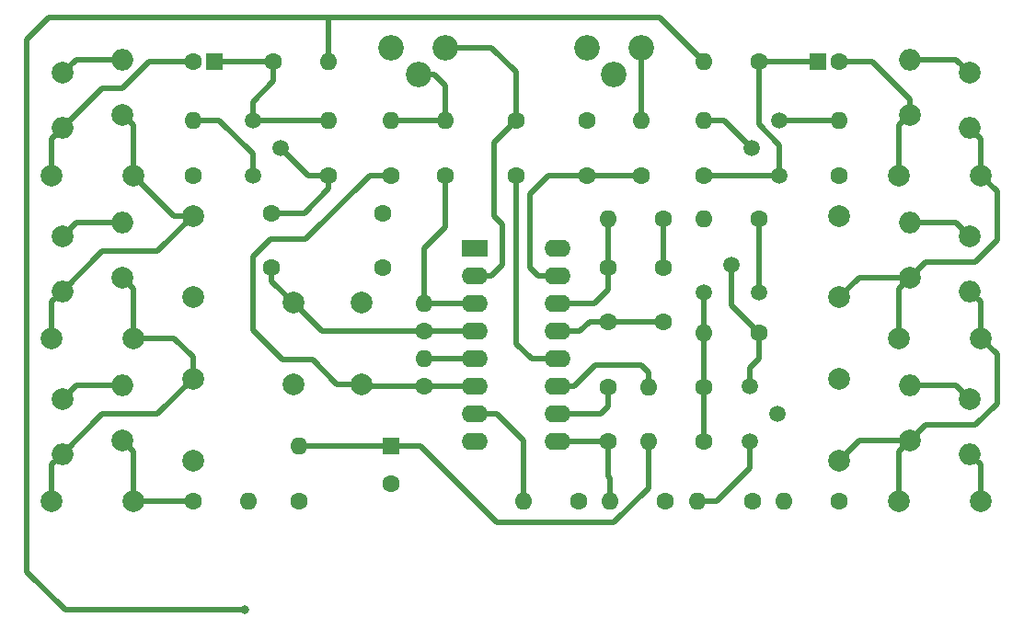
<source format=gtl>
G04 #@! TF.GenerationSoftware,KiCad,Pcbnew,(6.0.10)*
G04 #@! TF.CreationDate,2023-02-04T23:50:25+01:00*
G04 #@! TF.ProjectId,Stereo-Decoder-Modul,53746572-656f-42d4-9465-636f6465722d,rev?*
G04 #@! TF.SameCoordinates,Original*
G04 #@! TF.FileFunction,Copper,L1,Top*
G04 #@! TF.FilePolarity,Positive*
%FSLAX46Y46*%
G04 Gerber Fmt 4.6, Leading zero omitted, Abs format (unit mm)*
G04 Created by KiCad (PCBNEW (6.0.10)) date 2023-02-04 23:50:25*
%MOMM*%
%LPD*%
G01*
G04 APERTURE LIST*
G04 #@! TA.AperFunction,ComponentPad*
%ADD10C,1.600000*%
G04 #@! TD*
G04 #@! TA.AperFunction,ComponentPad*
%ADD11C,2.000000*%
G04 #@! TD*
G04 #@! TA.AperFunction,ComponentPad*
%ADD12O,2.000000X2.000000*%
G04 #@! TD*
G04 #@! TA.AperFunction,ComponentPad*
%ADD13O,1.600000X1.600000*%
G04 #@! TD*
G04 #@! TA.AperFunction,ComponentPad*
%ADD14R,1.600000X1.600000*%
G04 #@! TD*
G04 #@! TA.AperFunction,ComponentPad*
%ADD15C,1.500000*%
G04 #@! TD*
G04 #@! TA.AperFunction,ComponentPad*
%ADD16R,2.400000X1.600000*%
G04 #@! TD*
G04 #@! TA.AperFunction,ComponentPad*
%ADD17O,2.400000X1.600000*%
G04 #@! TD*
G04 #@! TA.AperFunction,ComponentPad*
%ADD18C,2.340000*%
G04 #@! TD*
G04 #@! TA.AperFunction,ViaPad*
%ADD19C,0.800000*%
G04 #@! TD*
G04 #@! TA.AperFunction,Conductor*
%ADD20C,0.500000*%
G04 #@! TD*
G04 APERTURE END LIST*
D10*
X92500000Y-60750000D03*
X92500000Y-55750000D03*
D11*
X128750000Y-85165000D03*
D12*
X128750000Y-80085000D03*
D11*
X128750000Y-70165000D03*
D12*
X128750000Y-65085000D03*
X128750000Y-50085000D03*
D11*
X128750000Y-55165000D03*
X50750000Y-81335000D03*
D12*
X50750000Y-86415000D03*
D11*
X50750000Y-66335000D03*
D12*
X50750000Y-71415000D03*
D11*
X50750000Y-51335000D03*
D12*
X50750000Y-56415000D03*
D11*
X134250000Y-81335000D03*
D12*
X134250000Y-86415000D03*
D11*
X56250000Y-85165000D03*
D12*
X56250000Y-80085000D03*
D11*
X134250000Y-66335000D03*
D12*
X134250000Y-71415000D03*
D11*
X56250000Y-70165000D03*
D12*
X56250000Y-65085000D03*
D11*
X134250000Y-51335000D03*
D12*
X134250000Y-56415000D03*
D11*
X56250000Y-55165000D03*
D12*
X56250000Y-50085000D03*
D10*
X84000000Y-75120000D03*
D13*
X84000000Y-72580000D03*
D10*
X109765000Y-80280000D03*
D13*
X104685000Y-80280000D03*
D10*
X80250000Y-69250000D03*
X80250000Y-64250000D03*
X62750000Y-90750000D03*
D13*
X67830000Y-90750000D03*
D10*
X86000000Y-60750000D03*
D13*
X86000000Y-55670000D03*
D11*
X72000000Y-80000000D03*
X72000000Y-72500000D03*
D10*
X75250000Y-60750000D03*
D13*
X75250000Y-55670000D03*
D10*
X114830000Y-50250000D03*
D13*
X109750000Y-50250000D03*
D10*
X114250000Y-90750000D03*
D13*
X109170000Y-90750000D03*
D10*
X106250000Y-90750000D03*
D13*
X101170000Y-90750000D03*
D14*
X120250000Y-50250000D03*
D10*
X122250000Y-50250000D03*
D11*
X62750000Y-79500000D03*
X62750000Y-87000000D03*
D10*
X81000000Y-60750000D03*
D13*
X81000000Y-55670000D03*
D15*
X114000000Y-80210000D03*
X116540000Y-82750000D03*
X114000000Y-85290000D03*
D11*
X127750000Y-75750000D03*
X135250000Y-75750000D03*
D10*
X109765000Y-85250000D03*
D13*
X104685000Y-85250000D03*
D11*
X127750000Y-90750000D03*
X135250000Y-90750000D03*
D16*
X88675000Y-67500000D03*
D17*
X88675000Y-70040000D03*
X88675000Y-72580000D03*
X88675000Y-75120000D03*
X88675000Y-77660000D03*
X88675000Y-80200000D03*
X88675000Y-82740000D03*
X88675000Y-85280000D03*
X96295000Y-85280000D03*
X96295000Y-82740000D03*
X96295000Y-80200000D03*
X96295000Y-77660000D03*
X96295000Y-75120000D03*
X96295000Y-72580000D03*
X96295000Y-70040000D03*
X96295000Y-67500000D03*
D11*
X122250000Y-87000000D03*
X122250000Y-79500000D03*
D18*
X104000000Y-49000000D03*
X101500000Y-51500000D03*
X99000000Y-49000000D03*
D10*
X62750000Y-60750000D03*
D13*
X62750000Y-55670000D03*
D10*
X72500000Y-90750000D03*
D13*
X72500000Y-85670000D03*
D15*
X68250000Y-55670000D03*
X70790000Y-58210000D03*
X68250000Y-60750000D03*
D10*
X109750000Y-60750000D03*
D13*
X109750000Y-55670000D03*
D10*
X98250000Y-90750000D03*
D13*
X93170000Y-90750000D03*
D10*
X70000000Y-69250000D03*
X70000000Y-64250000D03*
D14*
X81000000Y-85670000D03*
D10*
X81000000Y-89170000D03*
D11*
X127750000Y-60750000D03*
X135250000Y-60750000D03*
D10*
X106065000Y-69250000D03*
X106065000Y-74250000D03*
D11*
X49750000Y-75750000D03*
X57250000Y-75750000D03*
D10*
X106065000Y-64750000D03*
D13*
X100985000Y-64750000D03*
D18*
X86000000Y-49000000D03*
X83500000Y-51500000D03*
X81000000Y-49000000D03*
D10*
X101000000Y-74250000D03*
X101000000Y-69250000D03*
X122250000Y-60750000D03*
D13*
X122250000Y-55670000D03*
D10*
X114845000Y-75250000D03*
D13*
X109765000Y-75250000D03*
D11*
X62750000Y-64500000D03*
X62750000Y-72000000D03*
D14*
X64750000Y-50250000D03*
D10*
X62750000Y-50250000D03*
X101000000Y-85280000D03*
X101000000Y-80280000D03*
X114845000Y-64750000D03*
D13*
X109765000Y-64750000D03*
D11*
X49750000Y-90750000D03*
X57250000Y-90750000D03*
D15*
X116750000Y-60750000D03*
X114210000Y-58210000D03*
X116750000Y-55670000D03*
D10*
X122250000Y-90750000D03*
D13*
X117170000Y-90750000D03*
D10*
X99000000Y-55750000D03*
X99000000Y-60750000D03*
X84000000Y-80200000D03*
D13*
X84000000Y-77660000D03*
D15*
X109765000Y-71520000D03*
X112305000Y-68980000D03*
X114845000Y-71520000D03*
D10*
X104000000Y-60750000D03*
D13*
X104000000Y-55670000D03*
D10*
X70170000Y-50250000D03*
D13*
X75250000Y-50250000D03*
D11*
X122250000Y-72000000D03*
X122250000Y-64500000D03*
X78250000Y-72500000D03*
X78250000Y-80000000D03*
X49750000Y-60750000D03*
X57250000Y-60750000D03*
D19*
X67500000Y-100750000D03*
D20*
X90250000Y-49000000D02*
X86000000Y-49000000D01*
X92500000Y-55750000D02*
X92500000Y-51250000D01*
X92500000Y-51250000D02*
X90250000Y-49000000D01*
X90500000Y-57750000D02*
X92500000Y-55750000D01*
X90500000Y-64500000D02*
X90500000Y-57750000D01*
X54415000Y-67750000D02*
X50750000Y-71415000D01*
X59500000Y-67750000D02*
X54415000Y-67750000D01*
X62750000Y-64500000D02*
X59500000Y-67750000D01*
X54415000Y-82750000D02*
X50750000Y-86415000D01*
X59500000Y-82750000D02*
X54415000Y-82750000D01*
X62750000Y-79500000D02*
X59500000Y-82750000D01*
X136750000Y-77250000D02*
X135250000Y-75750000D01*
X136750000Y-81750000D02*
X136750000Y-77250000D01*
X134750000Y-83750000D02*
X136750000Y-81750000D01*
X130165000Y-83750000D02*
X134750000Y-83750000D01*
X128750000Y-85165000D02*
X130165000Y-83750000D01*
X130165000Y-68750000D02*
X134750000Y-68750000D01*
X134750000Y-68750000D02*
X136750000Y-66750000D01*
X136750000Y-62250000D02*
X135250000Y-60750000D01*
X128750000Y-70165000D02*
X130165000Y-68750000D01*
X136750000Y-66750000D02*
X136750000Y-62250000D01*
X128750000Y-53750000D02*
X125250000Y-50250000D01*
X128750000Y-55165000D02*
X128750000Y-53750000D01*
X125250000Y-50250000D02*
X122250000Y-50250000D01*
X58750000Y-50250000D02*
X62750000Y-50250000D01*
X54415000Y-52750000D02*
X56250000Y-52750000D01*
X56250000Y-52750000D02*
X58750000Y-50250000D01*
X50750000Y-56415000D02*
X54415000Y-52750000D01*
X128750000Y-70165000D02*
X124085000Y-70165000D01*
X124085000Y-70165000D02*
X122250000Y-72000000D01*
X124085000Y-85165000D02*
X122250000Y-87000000D01*
X128750000Y-85165000D02*
X124085000Y-85165000D01*
X133000000Y-80085000D02*
X134250000Y-81335000D01*
X128750000Y-80085000D02*
X133000000Y-80085000D01*
X133000000Y-65085000D02*
X134250000Y-66335000D01*
X128750000Y-65085000D02*
X133000000Y-65085000D01*
X133000000Y-50085000D02*
X134250000Y-51335000D01*
X128750000Y-50085000D02*
X133000000Y-50085000D01*
X52000000Y-80085000D02*
X50750000Y-81335000D01*
X56250000Y-80085000D02*
X52000000Y-80085000D01*
X52000000Y-65085000D02*
X50750000Y-66335000D01*
X56250000Y-65085000D02*
X52000000Y-65085000D01*
X52000000Y-50085000D02*
X50750000Y-51335000D01*
X56250000Y-50085000D02*
X52000000Y-50085000D01*
X49750000Y-57415000D02*
X50750000Y-56415000D01*
X49750000Y-60750000D02*
X49750000Y-57415000D01*
X49750000Y-72415000D02*
X50750000Y-71415000D01*
X49750000Y-75750000D02*
X49750000Y-72415000D01*
X49750000Y-87415000D02*
X50750000Y-86415000D01*
X49750000Y-90750000D02*
X49750000Y-87415000D01*
X127750000Y-86165000D02*
X128750000Y-85165000D01*
X127750000Y-90750000D02*
X127750000Y-86165000D01*
X127750000Y-71165000D02*
X128750000Y-70165000D01*
X127750000Y-75750000D02*
X127750000Y-71165000D01*
X127750000Y-56165000D02*
X128750000Y-55165000D01*
X127750000Y-60750000D02*
X127750000Y-56165000D01*
X135250000Y-57415000D02*
X134250000Y-56415000D01*
X135250000Y-60750000D02*
X135250000Y-57415000D01*
X135250000Y-72415000D02*
X134250000Y-71415000D01*
X135250000Y-75750000D02*
X135250000Y-72415000D01*
X135250000Y-87415000D02*
X134250000Y-86415000D01*
X135250000Y-90750000D02*
X135250000Y-87415000D01*
X57250000Y-86165000D02*
X56250000Y-85165000D01*
X57250000Y-90750000D02*
X57250000Y-86165000D01*
X57250000Y-71165000D02*
X56250000Y-70165000D01*
X57250000Y-75750000D02*
X57250000Y-71165000D01*
X57250000Y-60750000D02*
X57250000Y-56165000D01*
X57250000Y-56165000D02*
X56250000Y-55165000D01*
X95500000Y-60750000D02*
X93750000Y-62500000D01*
X104000000Y-60750000D02*
X95500000Y-60750000D01*
X94540000Y-70040000D02*
X96295000Y-70040000D01*
X93750000Y-69250000D02*
X94540000Y-70040000D01*
X93750000Y-62500000D02*
X93750000Y-69250000D01*
X96295000Y-85280000D02*
X101000000Y-85280000D01*
X101170000Y-88670000D02*
X101000000Y-88500000D01*
X101000000Y-85280000D02*
X101000000Y-88500000D01*
X101170000Y-90750000D02*
X101170000Y-88670000D01*
X106065000Y-64750000D02*
X106065000Y-69250000D01*
X96295000Y-82740000D02*
X100260000Y-82740000D01*
X101000000Y-82000000D02*
X101000000Y-80280000D01*
X100260000Y-82740000D02*
X101000000Y-82000000D01*
X109750000Y-55670000D02*
X111670000Y-55670000D01*
X111670000Y-55670000D02*
X114210000Y-58210000D01*
X71000000Y-77750000D02*
X73750000Y-77750000D01*
X73750000Y-77750000D02*
X76000000Y-80000000D01*
X78450000Y-80200000D02*
X78250000Y-80000000D01*
X69875000Y-66625000D02*
X68250000Y-68250000D01*
X79000000Y-60750000D02*
X73125000Y-66625000D01*
X68250000Y-75000000D02*
X71000000Y-77750000D01*
X73125000Y-66625000D02*
X69875000Y-66625000D01*
X81000000Y-60750000D02*
X79000000Y-60750000D01*
X88675000Y-80200000D02*
X84000000Y-80200000D01*
X76000000Y-80000000D02*
X78250000Y-80000000D01*
X84000000Y-80200000D02*
X78450000Y-80200000D01*
X68250000Y-68250000D02*
X68250000Y-75000000D01*
X84000000Y-72580000D02*
X84000000Y-67500000D01*
X88675000Y-72580000D02*
X84000000Y-72580000D01*
X84000000Y-67500000D02*
X86000000Y-65500000D01*
X86000000Y-65500000D02*
X86000000Y-60750000D01*
X73330000Y-60750000D02*
X70790000Y-58210000D01*
X75250000Y-60750000D02*
X73330000Y-60750000D01*
X75250000Y-62000000D02*
X75250000Y-60750000D01*
X70000000Y-64250000D02*
X73000000Y-64250000D01*
X73000000Y-64250000D02*
X75250000Y-62000000D01*
X83670000Y-85670000D02*
X90750000Y-92750000D01*
X90750000Y-92750000D02*
X101500000Y-92750000D01*
X104685000Y-89565000D02*
X104685000Y-85250000D01*
X101500000Y-92750000D02*
X104685000Y-89565000D01*
X72500000Y-85670000D02*
X83670000Y-85670000D01*
X68250000Y-54000000D02*
X68250000Y-55670000D01*
X70170000Y-52080000D02*
X68250000Y-54000000D01*
X70170000Y-50250000D02*
X64750000Y-50250000D01*
X68250000Y-55670000D02*
X75250000Y-55670000D01*
X70170000Y-50250000D02*
X70170000Y-52080000D01*
X109765000Y-71520000D02*
X109765000Y-80280000D01*
X109765000Y-80280000D02*
X109765000Y-85250000D01*
X97800000Y-80200000D02*
X99750000Y-78250000D01*
X99750000Y-78250000D02*
X104000000Y-78250000D01*
X104685000Y-78935000D02*
X104685000Y-80280000D01*
X104000000Y-78250000D02*
X104685000Y-78935000D01*
X96295000Y-80200000D02*
X97800000Y-80200000D01*
X61000000Y-64500000D02*
X57250000Y-60750000D01*
X62750000Y-64500000D02*
X61000000Y-64500000D01*
X114830000Y-50250000D02*
X114830000Y-56080000D01*
X114830000Y-56080000D02*
X116750000Y-58000000D01*
X116750000Y-58000000D02*
X116750000Y-60750000D01*
X116750000Y-60750000D02*
X109750000Y-60750000D01*
X114830000Y-50250000D02*
X120250000Y-50250000D01*
X114000000Y-87750000D02*
X114000000Y-85290000D01*
X109170000Y-90750000D02*
X111000000Y-90750000D01*
X111000000Y-90750000D02*
X114000000Y-87750000D01*
X104000000Y-49000000D02*
X104000000Y-55670000D01*
X75250000Y-46250000D02*
X49500000Y-46250000D01*
X105750000Y-46250000D02*
X109750000Y-50250000D01*
X49500000Y-46250000D02*
X47500000Y-48250000D01*
X51000000Y-100750000D02*
X67500000Y-100750000D01*
X79250000Y-46250000D02*
X105750000Y-46250000D01*
X47500000Y-97250000D02*
X51000000Y-100750000D01*
X75250000Y-50250000D02*
X75250000Y-46250000D01*
X75250000Y-46250000D02*
X79250000Y-46250000D01*
X47500000Y-48250000D02*
X47500000Y-97250000D01*
X114845000Y-64750000D02*
X114845000Y-71520000D01*
X62750000Y-90750000D02*
X57250000Y-90750000D01*
X112305000Y-68980000D02*
X112305000Y-72710000D01*
X114000000Y-78500000D02*
X114000000Y-80210000D01*
X112305000Y-72710000D02*
X114845000Y-75250000D01*
X114845000Y-75250000D02*
X114845000Y-77655000D01*
X114845000Y-77655000D02*
X114000000Y-78500000D01*
X62750000Y-55670000D02*
X65170000Y-55670000D01*
X68250000Y-58750000D02*
X68250000Y-60750000D01*
X65170000Y-55670000D02*
X68250000Y-58750000D01*
X116750000Y-55670000D02*
X122250000Y-55670000D01*
X93170000Y-85170000D02*
X90740000Y-82740000D01*
X93170000Y-90750000D02*
X93170000Y-85170000D01*
X90740000Y-82740000D02*
X88675000Y-82740000D01*
X106065000Y-74250000D02*
X101000000Y-74250000D01*
X101000000Y-74250000D02*
X99250000Y-74250000D01*
X98380000Y-75120000D02*
X96295000Y-75120000D01*
X99250000Y-74250000D02*
X98380000Y-75120000D01*
X99670000Y-72580000D02*
X101000000Y-71250000D01*
X96295000Y-72580000D02*
X99670000Y-72580000D01*
X100985000Y-64750000D02*
X100985000Y-69235000D01*
X101000000Y-71250000D02*
X101000000Y-69250000D01*
X100985000Y-69235000D02*
X101000000Y-69250000D01*
X92500000Y-60250000D02*
X92500000Y-76250000D01*
X93910000Y-77660000D02*
X96295000Y-77660000D01*
X92500000Y-76250000D02*
X93910000Y-77660000D01*
X91250000Y-65250000D02*
X91250000Y-69000000D01*
X91250000Y-69000000D02*
X90210000Y-70040000D01*
X90210000Y-70040000D02*
X88675000Y-70040000D01*
X90500000Y-64500000D02*
X91250000Y-65250000D01*
X88675000Y-77660000D02*
X84000000Y-77660000D01*
X70000000Y-70500000D02*
X72000000Y-72500000D01*
X84000000Y-75120000D02*
X74620000Y-75120000D01*
X74620000Y-75120000D02*
X72000000Y-72500000D01*
X88675000Y-75120000D02*
X84000000Y-75120000D01*
X70000000Y-69250000D02*
X70000000Y-70500000D01*
X57250000Y-75750000D02*
X61000000Y-75750000D01*
X62750000Y-77500000D02*
X61000000Y-75750000D01*
X62750000Y-79500000D02*
X62750000Y-77500000D01*
X86000000Y-55670000D02*
X86000000Y-52500000D01*
X86000000Y-52500000D02*
X85000000Y-51500000D01*
X85000000Y-51500000D02*
X83500000Y-51500000D01*
X86000000Y-55670000D02*
X81000000Y-55670000D01*
M02*

</source>
